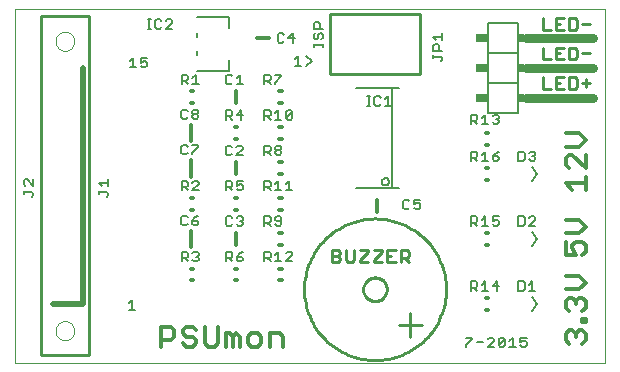
<source format=gto>
G75*
G70*
%OFA0B0*%
%FSLAX24Y24*%
%IPPOS*%
%LPD*%
%AMOC8*
5,1,8,0,0,1.08239X$1,22.5*
%
%ADD10C,0.0000*%
%ADD11C,0.0120*%
%ADD12C,0.0090*%
%ADD13C,0.0080*%
%ADD14C,0.0118*%
%ADD15C,0.0060*%
%ADD16C,0.0050*%
%ADD17C,0.0070*%
%ADD18C,0.0100*%
%ADD19C,0.0197*%
%ADD20C,0.0300*%
%ADD21R,0.0200X0.0300*%
%ADD22R,0.0400X0.0300*%
%ADD23C,0.0079*%
D10*
X000212Y000141D02*
X000212Y011952D01*
X019897Y011952D01*
X019897Y000141D01*
X000212Y000141D01*
X001570Y001224D02*
X001572Y001259D01*
X001578Y001294D01*
X001588Y001328D01*
X001601Y001361D01*
X001618Y001392D01*
X001639Y001420D01*
X001662Y001447D01*
X001689Y001470D01*
X001717Y001491D01*
X001748Y001508D01*
X001781Y001521D01*
X001815Y001531D01*
X001850Y001537D01*
X001885Y001539D01*
X001920Y001537D01*
X001955Y001531D01*
X001989Y001521D01*
X002022Y001508D01*
X002053Y001491D01*
X002081Y001470D01*
X002108Y001447D01*
X002131Y001420D01*
X002152Y001392D01*
X002169Y001361D01*
X002182Y001328D01*
X002192Y001294D01*
X002198Y001259D01*
X002200Y001224D01*
X002198Y001189D01*
X002192Y001154D01*
X002182Y001120D01*
X002169Y001087D01*
X002152Y001056D01*
X002131Y001028D01*
X002108Y001001D01*
X002081Y000978D01*
X002053Y000957D01*
X002022Y000940D01*
X001989Y000927D01*
X001955Y000917D01*
X001920Y000911D01*
X001885Y000909D01*
X001850Y000911D01*
X001815Y000917D01*
X001781Y000927D01*
X001748Y000940D01*
X001717Y000957D01*
X001689Y000978D01*
X001662Y001001D01*
X001639Y001028D01*
X001618Y001056D01*
X001601Y001087D01*
X001588Y001120D01*
X001578Y001154D01*
X001572Y001189D01*
X001570Y001224D01*
X001570Y010869D02*
X001572Y010904D01*
X001578Y010939D01*
X001588Y010973D01*
X001601Y011006D01*
X001618Y011037D01*
X001639Y011065D01*
X001662Y011092D01*
X001689Y011115D01*
X001717Y011136D01*
X001748Y011153D01*
X001781Y011166D01*
X001815Y011176D01*
X001850Y011182D01*
X001885Y011184D01*
X001920Y011182D01*
X001955Y011176D01*
X001989Y011166D01*
X002022Y011153D01*
X002053Y011136D01*
X002081Y011115D01*
X002108Y011092D01*
X002131Y011065D01*
X002152Y011037D01*
X002169Y011006D01*
X002182Y010973D01*
X002192Y010939D01*
X002198Y010904D01*
X002200Y010869D01*
X002198Y010834D01*
X002192Y010799D01*
X002182Y010765D01*
X002169Y010732D01*
X002152Y010701D01*
X002131Y010673D01*
X002108Y010646D01*
X002081Y010623D01*
X002053Y010602D01*
X002022Y010585D01*
X001989Y010572D01*
X001955Y010562D01*
X001920Y010556D01*
X001885Y010554D01*
X001850Y010556D01*
X001815Y010562D01*
X001781Y010572D01*
X001748Y010585D01*
X001717Y010602D01*
X001689Y010623D01*
X001662Y010646D01*
X001639Y010673D01*
X001618Y010701D01*
X001601Y010732D01*
X001588Y010765D01*
X001578Y010799D01*
X001572Y010834D01*
X001570Y010869D01*
D11*
X005087Y001353D02*
X005421Y001353D01*
X005532Y001242D01*
X005532Y001019D01*
X005421Y000908D01*
X005087Y000908D01*
X005087Y000685D02*
X005087Y001353D01*
X005812Y001242D02*
X005812Y001131D01*
X005923Y001019D01*
X006146Y001019D01*
X006257Y000908D01*
X006257Y000797D01*
X006146Y000685D01*
X005923Y000685D01*
X005812Y000797D01*
X005812Y001242D02*
X005923Y001353D01*
X006146Y001353D01*
X006257Y001242D01*
X006537Y001353D02*
X006537Y000797D01*
X006648Y000685D01*
X006871Y000685D01*
X006982Y000797D01*
X006982Y001353D01*
X007262Y001131D02*
X007373Y001131D01*
X007484Y001019D01*
X007596Y001131D01*
X007707Y001019D01*
X007707Y000685D01*
X007484Y000685D02*
X007484Y001019D01*
X007262Y001131D02*
X007262Y000685D01*
X007987Y000797D02*
X008098Y000685D01*
X008321Y000685D01*
X008432Y000797D01*
X008432Y001019D01*
X008321Y001131D01*
X008098Y001131D01*
X007987Y001019D01*
X007987Y000797D01*
X008712Y000685D02*
X008712Y001131D01*
X009046Y001131D01*
X009157Y001019D01*
X009157Y000685D01*
X018578Y000903D02*
X018690Y000792D01*
X018578Y000903D02*
X018578Y001126D01*
X018690Y001237D01*
X018801Y001237D01*
X018912Y001126D01*
X019024Y001237D01*
X019135Y001237D01*
X019246Y001126D01*
X019246Y000903D01*
X019135Y000792D01*
X018912Y001014D02*
X018912Y001126D01*
X019135Y001517D02*
X019135Y001628D01*
X019246Y001628D01*
X019246Y001517D01*
X019135Y001517D01*
X019135Y001879D02*
X019246Y001990D01*
X019246Y002213D01*
X019135Y002324D01*
X019024Y002324D01*
X018912Y002213D01*
X018912Y002102D01*
X018912Y002213D02*
X018801Y002324D01*
X018690Y002324D01*
X018578Y002213D01*
X018578Y001990D01*
X018690Y001879D01*
X018578Y002604D02*
X019024Y002604D01*
X019246Y002827D01*
X019024Y003049D01*
X018578Y003049D01*
X018578Y003744D02*
X018912Y003744D01*
X018801Y003967D01*
X018801Y004078D01*
X018912Y004190D01*
X019135Y004190D01*
X019246Y004078D01*
X019246Y003856D01*
X019135Y003744D01*
X018578Y003744D02*
X018578Y004190D01*
X018578Y004469D02*
X019024Y004469D01*
X019246Y004692D01*
X019024Y004915D01*
X018578Y004915D01*
X018801Y005910D02*
X018578Y006132D01*
X019246Y006132D01*
X019246Y005910D02*
X019246Y006355D01*
X019246Y006635D02*
X018801Y007080D01*
X018690Y007080D01*
X018578Y006969D01*
X018578Y006746D01*
X018690Y006635D01*
X019246Y006635D02*
X019246Y007080D01*
X019024Y007360D02*
X018578Y007360D01*
X019024Y007360D02*
X019246Y007582D01*
X019024Y007805D01*
X018578Y007805D01*
D12*
X018516Y009290D02*
X018261Y009290D01*
X018261Y009673D01*
X018516Y009673D01*
X018696Y009673D02*
X018887Y009673D01*
X018951Y009609D01*
X018951Y009354D01*
X018887Y009290D01*
X018696Y009290D01*
X018696Y009673D01*
X018388Y009482D02*
X018261Y009482D01*
X018081Y009290D02*
X017826Y009290D01*
X017826Y009673D01*
X017826Y010275D02*
X018081Y010275D01*
X018261Y010275D02*
X018516Y010275D01*
X018696Y010275D02*
X018887Y010275D01*
X018951Y010338D01*
X018951Y010594D01*
X018887Y010657D01*
X018696Y010657D01*
X018696Y010275D01*
X018388Y010466D02*
X018261Y010466D01*
X018261Y010657D02*
X018261Y010275D01*
X017826Y010275D02*
X017826Y010657D01*
X018261Y010657D02*
X018516Y010657D01*
X019131Y010466D02*
X019386Y010466D01*
X019258Y009609D02*
X019258Y009354D01*
X019131Y009482D02*
X019386Y009482D01*
X018887Y011259D02*
X018696Y011259D01*
X018696Y011642D01*
X018887Y011642D01*
X018951Y011578D01*
X018951Y011323D01*
X018887Y011259D01*
X018516Y011259D02*
X018261Y011259D01*
X018261Y011642D01*
X018516Y011642D01*
X018388Y011450D02*
X018261Y011450D01*
X018081Y011259D02*
X017826Y011259D01*
X017826Y011642D01*
X019131Y011450D02*
X019386Y011450D01*
D13*
X016353Y008373D02*
X016353Y008321D01*
X016301Y008268D01*
X016353Y008216D01*
X016353Y008164D01*
X016301Y008111D01*
X016196Y008111D01*
X016144Y008164D01*
X016249Y008268D02*
X016301Y008268D01*
X016353Y008373D02*
X016301Y008425D01*
X016196Y008425D01*
X016144Y008373D01*
X015886Y008425D02*
X015886Y008111D01*
X015781Y008111D02*
X015991Y008111D01*
X015781Y008321D02*
X015886Y008425D01*
X015628Y008373D02*
X015628Y008268D01*
X015576Y008216D01*
X015419Y008216D01*
X015524Y008216D02*
X015628Y008111D01*
X015419Y008111D02*
X015419Y008425D01*
X015576Y008425D01*
X015628Y008373D01*
X015576Y007195D02*
X015419Y007195D01*
X015419Y006881D01*
X015419Y006986D02*
X015576Y006986D01*
X015628Y007038D01*
X015628Y007143D01*
X015576Y007195D01*
X015524Y006986D02*
X015628Y006881D01*
X015781Y006881D02*
X015991Y006881D01*
X015886Y006881D02*
X015886Y007195D01*
X015781Y007090D01*
X016144Y007038D02*
X016144Y006933D01*
X016196Y006881D01*
X016301Y006881D01*
X016353Y006933D01*
X016353Y006986D01*
X016301Y007038D01*
X016144Y007038D01*
X016249Y007143D01*
X016353Y007195D01*
X016994Y007195D02*
X016994Y006881D01*
X017151Y006881D01*
X017203Y006933D01*
X017203Y007143D01*
X017151Y007195D01*
X016994Y007195D01*
X017356Y007143D02*
X017409Y007195D01*
X017513Y007195D01*
X017566Y007143D01*
X017566Y007090D01*
X017513Y007038D01*
X017566Y006986D01*
X017566Y006933D01*
X017513Y006881D01*
X017409Y006881D01*
X017356Y006933D01*
X017461Y007038D02*
X017513Y007038D01*
X017513Y005029D02*
X017409Y005029D01*
X017356Y004977D01*
X017203Y004977D02*
X017151Y005029D01*
X016994Y005029D01*
X016994Y004716D01*
X017151Y004716D01*
X017203Y004768D01*
X017203Y004977D01*
X017356Y004716D02*
X017566Y004925D01*
X017566Y004977D01*
X017513Y005029D01*
X017566Y004716D02*
X017356Y004716D01*
X016353Y004768D02*
X016301Y004716D01*
X016196Y004716D01*
X016144Y004768D01*
X016144Y004873D02*
X016249Y004925D01*
X016301Y004925D01*
X016353Y004873D01*
X016353Y004768D01*
X016144Y004873D02*
X016144Y005029D01*
X016353Y005029D01*
X015886Y005029D02*
X015886Y004716D01*
X015781Y004716D02*
X015991Y004716D01*
X015781Y004925D02*
X015886Y005029D01*
X015628Y004977D02*
X015628Y004873D01*
X015576Y004820D01*
X015419Y004820D01*
X015419Y004716D02*
X015419Y005029D01*
X015576Y005029D01*
X015628Y004977D01*
X015524Y004820D02*
X015628Y004716D01*
X013729Y005325D02*
X013677Y005273D01*
X013572Y005273D01*
X013520Y005325D01*
X013520Y005430D02*
X013624Y005482D01*
X013677Y005482D01*
X013729Y005430D01*
X013729Y005325D01*
X013520Y005430D02*
X013520Y005587D01*
X013729Y005587D01*
X013366Y005534D02*
X013314Y005587D01*
X013209Y005587D01*
X013157Y005534D01*
X013157Y005325D01*
X013209Y005273D01*
X013314Y005273D01*
X013366Y005325D01*
X009463Y005897D02*
X009254Y005897D01*
X009359Y005897D02*
X009359Y006211D01*
X009254Y006106D01*
X008996Y006211D02*
X008996Y005897D01*
X008892Y005897D02*
X009101Y005897D01*
X008892Y006106D02*
X008996Y006211D01*
X008739Y006158D02*
X008739Y006054D01*
X008686Y006001D01*
X008529Y006001D01*
X008529Y005897D02*
X008529Y006211D01*
X008686Y006211D01*
X008739Y006158D01*
X008634Y006001D02*
X008739Y005897D01*
X007821Y005949D02*
X007769Y005897D01*
X007664Y005897D01*
X007612Y005949D01*
X007612Y006054D02*
X007717Y006106D01*
X007769Y006106D01*
X007821Y006054D01*
X007821Y005949D01*
X007612Y006054D02*
X007612Y006211D01*
X007821Y006211D01*
X007459Y006158D02*
X007459Y006054D01*
X007407Y006001D01*
X007250Y006001D01*
X007250Y005897D02*
X007250Y006211D01*
X007407Y006211D01*
X007459Y006158D01*
X007354Y006001D02*
X007459Y005897D01*
X006345Y005897D02*
X006136Y005897D01*
X006345Y006106D01*
X006345Y006158D01*
X006293Y006211D01*
X006188Y006211D01*
X006136Y006158D01*
X005983Y006158D02*
X005983Y006054D01*
X005930Y006001D01*
X005773Y006001D01*
X005773Y005897D02*
X005773Y006211D01*
X005930Y006211D01*
X005983Y006158D01*
X005878Y006001D02*
X005983Y005897D01*
X005920Y005049D02*
X005816Y005049D01*
X005763Y004997D01*
X005763Y004788D01*
X005816Y004735D01*
X005920Y004735D01*
X005973Y004788D01*
X006126Y004788D02*
X006126Y004892D01*
X006283Y004892D01*
X006335Y004840D01*
X006335Y004788D01*
X006283Y004735D01*
X006178Y004735D01*
X006126Y004788D01*
X006126Y004892D02*
X006231Y004997D01*
X006335Y005049D01*
X005973Y004997D02*
X005920Y005049D01*
X007250Y004977D02*
X007250Y004768D01*
X007302Y004716D01*
X007407Y004716D01*
X007459Y004768D01*
X007612Y004768D02*
X007664Y004716D01*
X007769Y004716D01*
X007821Y004768D01*
X007821Y004820D01*
X007769Y004873D01*
X007717Y004873D01*
X007769Y004873D02*
X007821Y004925D01*
X007821Y004977D01*
X007769Y005029D01*
X007664Y005029D01*
X007612Y004977D01*
X007459Y004977D02*
X007407Y005029D01*
X007302Y005029D01*
X007250Y004977D01*
X008529Y005029D02*
X008529Y004716D01*
X008529Y004820D02*
X008686Y004820D01*
X008739Y004873D01*
X008739Y004977D01*
X008686Y005029D01*
X008529Y005029D01*
X008634Y004820D02*
X008739Y004716D01*
X008892Y004768D02*
X008944Y004716D01*
X009049Y004716D01*
X009101Y004768D01*
X009101Y004977D01*
X009049Y005029D01*
X008944Y005029D01*
X008892Y004977D01*
X008892Y004925D01*
X008944Y004873D01*
X009101Y004873D01*
X008996Y003848D02*
X008996Y003534D01*
X008892Y003534D02*
X009101Y003534D01*
X009254Y003534D02*
X009463Y003744D01*
X009463Y003796D01*
X009411Y003848D01*
X009306Y003848D01*
X009254Y003796D01*
X008996Y003848D02*
X008892Y003744D01*
X008739Y003796D02*
X008739Y003691D01*
X008686Y003639D01*
X008529Y003639D01*
X008529Y003534D02*
X008529Y003848D01*
X008686Y003848D01*
X008739Y003796D01*
X008634Y003639D02*
X008739Y003534D01*
X009254Y003534D02*
X009463Y003534D01*
X007821Y003587D02*
X007769Y003534D01*
X007664Y003534D01*
X007612Y003587D01*
X007612Y003691D01*
X007769Y003691D01*
X007821Y003639D01*
X007821Y003587D01*
X007717Y003796D02*
X007612Y003691D01*
X007717Y003796D02*
X007821Y003848D01*
X007459Y003796D02*
X007459Y003691D01*
X007407Y003639D01*
X007250Y003639D01*
X007354Y003639D02*
X007459Y003534D01*
X007250Y003534D02*
X007250Y003848D01*
X007407Y003848D01*
X007459Y003796D01*
X006345Y003796D02*
X006345Y003744D01*
X006293Y003691D01*
X006345Y003639D01*
X006345Y003587D01*
X006293Y003534D01*
X006188Y003534D01*
X006136Y003587D01*
X006240Y003691D02*
X006293Y003691D01*
X006345Y003796D02*
X006293Y003848D01*
X006188Y003848D01*
X006136Y003796D01*
X005983Y003796D02*
X005983Y003691D01*
X005930Y003639D01*
X005773Y003639D01*
X005773Y003534D02*
X005773Y003848D01*
X005930Y003848D01*
X005983Y003796D01*
X005878Y003639D02*
X005983Y003534D01*
X004128Y002240D02*
X004128Y001926D01*
X004023Y001926D02*
X004233Y001926D01*
X004023Y002135D02*
X004128Y002240D01*
X003270Y005681D02*
X003323Y005734D01*
X003323Y005788D01*
X003270Y005841D01*
X003003Y005841D01*
X003003Y005788D02*
X003003Y005895D01*
X003110Y006049D02*
X003003Y006156D01*
X003323Y006156D01*
X003323Y006049D02*
X003323Y006263D01*
X000823Y006263D02*
X000823Y006049D01*
X000610Y006263D01*
X000556Y006263D01*
X000503Y006210D01*
X000503Y006103D01*
X000556Y006049D01*
X000503Y005895D02*
X000503Y005788D01*
X000503Y005841D02*
X000770Y005841D01*
X000823Y005788D01*
X000823Y005734D01*
X000770Y005681D01*
X005763Y007150D02*
X005816Y007097D01*
X005920Y007097D01*
X005973Y007150D01*
X006126Y007150D02*
X006126Y007097D01*
X006126Y007150D02*
X006335Y007359D01*
X006335Y007411D01*
X006126Y007411D01*
X005973Y007359D02*
X005920Y007411D01*
X005816Y007411D01*
X005763Y007359D01*
X005763Y007150D01*
X007240Y007123D02*
X007292Y007071D01*
X007397Y007071D01*
X007449Y007123D01*
X007602Y007071D02*
X007812Y007280D01*
X007812Y007332D01*
X007759Y007385D01*
X007655Y007385D01*
X007602Y007332D01*
X007449Y007332D02*
X007397Y007385D01*
X007292Y007385D01*
X007240Y007332D01*
X007240Y007123D01*
X007602Y007071D02*
X007812Y007071D01*
X008529Y007078D02*
X008529Y007392D01*
X008686Y007392D01*
X008739Y007339D01*
X008739Y007235D01*
X008686Y007182D01*
X008529Y007182D01*
X008634Y007182D02*
X008739Y007078D01*
X008892Y007130D02*
X008892Y007182D01*
X008944Y007235D01*
X009049Y007235D01*
X009101Y007182D01*
X009101Y007130D01*
X009049Y007078D01*
X008944Y007078D01*
X008892Y007130D01*
X008944Y007235D02*
X008892Y007287D01*
X008892Y007339D01*
X008944Y007392D01*
X009049Y007392D01*
X009101Y007339D01*
X009101Y007287D01*
X009049Y007235D01*
X009101Y008259D02*
X008892Y008259D01*
X008996Y008259D02*
X008996Y008573D01*
X008892Y008468D01*
X008739Y008520D02*
X008739Y008416D01*
X008686Y008364D01*
X008529Y008364D01*
X008634Y008364D02*
X008739Y008259D01*
X008529Y008259D02*
X008529Y008573D01*
X008686Y008573D01*
X008739Y008520D01*
X009254Y008520D02*
X009254Y008311D01*
X009463Y008520D01*
X009463Y008311D01*
X009411Y008259D01*
X009306Y008259D01*
X009254Y008311D01*
X009254Y008520D02*
X009306Y008573D01*
X009411Y008573D01*
X009463Y008520D01*
X008892Y009440D02*
X008892Y009492D01*
X009101Y009702D01*
X009101Y009754D01*
X008892Y009754D01*
X008739Y009702D02*
X008739Y009597D01*
X008686Y009545D01*
X008529Y009545D01*
X008634Y009545D02*
X008739Y009440D01*
X008529Y009440D02*
X008529Y009754D01*
X008686Y009754D01*
X008739Y009702D01*
X009547Y010056D02*
X009756Y010056D01*
X009652Y010056D02*
X009652Y010370D01*
X009547Y010265D01*
X009909Y010370D02*
X010119Y010213D01*
X009909Y010056D01*
X010171Y010689D02*
X010171Y010794D01*
X010171Y010741D02*
X010485Y010741D01*
X010485Y010689D02*
X010485Y010794D01*
X010432Y010931D02*
X010485Y010983D01*
X010485Y011088D01*
X010432Y011140D01*
X010380Y011140D01*
X010328Y011088D01*
X010328Y010983D01*
X010275Y010931D01*
X010223Y010931D01*
X010171Y010983D01*
X010171Y011088D01*
X010223Y011140D01*
X010171Y011293D02*
X010171Y011450D01*
X010223Y011502D01*
X010328Y011502D01*
X010380Y011450D01*
X010380Y011293D01*
X010485Y011293D02*
X010171Y011293D01*
X009492Y011132D02*
X009335Y010975D01*
X009544Y010975D01*
X009492Y010818D02*
X009492Y011132D01*
X009181Y011080D02*
X009129Y011132D01*
X009024Y011132D01*
X008972Y011080D01*
X008972Y010870D01*
X009024Y010818D01*
X009129Y010818D01*
X009181Y010870D01*
X007717Y009754D02*
X007717Y009440D01*
X007821Y009440D02*
X007612Y009440D01*
X007459Y009492D02*
X007407Y009440D01*
X007302Y009440D01*
X007250Y009492D01*
X007250Y009702D01*
X007302Y009754D01*
X007407Y009754D01*
X007459Y009702D01*
X007612Y009649D02*
X007717Y009754D01*
X006345Y009440D02*
X006136Y009440D01*
X006240Y009440D02*
X006240Y009754D01*
X006136Y009649D01*
X005983Y009597D02*
X005930Y009545D01*
X005773Y009545D01*
X005878Y009545D02*
X005983Y009440D01*
X005983Y009597D02*
X005983Y009702D01*
X005930Y009754D01*
X005773Y009754D01*
X005773Y009440D01*
X004621Y010054D02*
X004621Y010159D01*
X004568Y010211D01*
X004516Y010211D01*
X004411Y010159D01*
X004411Y010316D01*
X004621Y010316D01*
X004621Y010054D02*
X004568Y010002D01*
X004464Y010002D01*
X004411Y010054D01*
X004258Y010002D02*
X004049Y010002D01*
X004154Y010002D02*
X004154Y010316D01*
X004049Y010211D01*
X004645Y011282D02*
X004750Y011282D01*
X004698Y011282D02*
X004698Y011596D01*
X004750Y011596D02*
X004645Y011596D01*
X004887Y011544D02*
X004887Y011335D01*
X004939Y011282D01*
X005044Y011282D01*
X005096Y011335D01*
X005249Y011282D02*
X005459Y011492D01*
X005459Y011544D01*
X005406Y011596D01*
X005302Y011596D01*
X005249Y011544D01*
X005096Y011544D02*
X005044Y011596D01*
X004939Y011596D01*
X004887Y011544D01*
X005249Y011282D02*
X005459Y011282D01*
X005816Y008592D02*
X005763Y008540D01*
X005763Y008331D01*
X005816Y008279D01*
X005920Y008279D01*
X005973Y008331D01*
X006126Y008331D02*
X006126Y008383D01*
X006178Y008436D01*
X006283Y008436D01*
X006335Y008383D01*
X006335Y008331D01*
X006283Y008279D01*
X006178Y008279D01*
X006126Y008331D01*
X006178Y008436D02*
X006126Y008488D01*
X006126Y008540D01*
X006178Y008592D01*
X006283Y008592D01*
X006335Y008540D01*
X006335Y008488D01*
X006283Y008436D01*
X005973Y008540D02*
X005920Y008592D01*
X005816Y008592D01*
X007250Y008573D02*
X007250Y008259D01*
X007250Y008364D02*
X007407Y008364D01*
X007459Y008416D01*
X007459Y008520D01*
X007407Y008573D01*
X007250Y008573D01*
X007354Y008364D02*
X007459Y008259D01*
X007612Y008416D02*
X007821Y008416D01*
X007769Y008259D02*
X007769Y008573D01*
X007612Y008416D01*
X014151Y010301D02*
X014151Y010406D01*
X014151Y010354D02*
X014413Y010354D01*
X014465Y010301D01*
X014465Y010249D01*
X014413Y010197D01*
X014465Y010559D02*
X014151Y010559D01*
X014151Y010716D01*
X014203Y010769D01*
X014308Y010769D01*
X014360Y010716D01*
X014360Y010559D01*
X014256Y010922D02*
X014151Y011026D01*
X014465Y011026D01*
X014465Y010922D02*
X014465Y011131D01*
X015419Y002864D02*
X015576Y002864D01*
X015628Y002812D01*
X015628Y002707D01*
X015576Y002655D01*
X015419Y002655D01*
X015524Y002655D02*
X015628Y002550D01*
X015781Y002550D02*
X015991Y002550D01*
X015886Y002550D02*
X015886Y002864D01*
X015781Y002759D01*
X016144Y002707D02*
X016353Y002707D01*
X016301Y002550D02*
X016301Y002864D01*
X016144Y002707D01*
X015419Y002550D02*
X015419Y002864D01*
X016994Y002864D02*
X016994Y002550D01*
X017151Y002550D01*
X017203Y002603D01*
X017203Y002812D01*
X017151Y002864D01*
X016994Y002864D01*
X017356Y002759D02*
X017461Y002864D01*
X017461Y002550D01*
X017356Y002550D02*
X017566Y002550D01*
X017273Y000995D02*
X017064Y000995D01*
X017064Y000838D01*
X017169Y000890D01*
X017221Y000890D01*
X017273Y000838D01*
X017273Y000733D01*
X017221Y000681D01*
X017116Y000681D01*
X017064Y000733D01*
X016911Y000681D02*
X016702Y000681D01*
X016806Y000681D02*
X016806Y000995D01*
X016702Y000890D01*
X016548Y000943D02*
X016339Y000733D01*
X016391Y000681D01*
X016496Y000681D01*
X016548Y000733D01*
X016548Y000943D01*
X016496Y000995D01*
X016391Y000995D01*
X016339Y000943D01*
X016339Y000733D01*
X016186Y000681D02*
X015977Y000681D01*
X016186Y000890D01*
X016186Y000943D01*
X016134Y000995D01*
X016029Y000995D01*
X015977Y000943D01*
X015823Y000838D02*
X015614Y000838D01*
X015461Y000943D02*
X015252Y000733D01*
X015252Y000681D01*
X015252Y000995D02*
X015461Y000995D01*
X015461Y000943D01*
D14*
X015920Y001913D02*
X015999Y001913D01*
X015999Y002306D02*
X015920Y002306D01*
X015920Y004078D02*
X015999Y004078D01*
X015999Y004472D02*
X015920Y004472D01*
X015920Y006243D02*
X015999Y006243D01*
X015999Y006637D02*
X015920Y006637D01*
X015920Y007425D02*
X015999Y007425D01*
X015999Y007818D02*
X015920Y007818D01*
X012271Y005570D02*
X012271Y005177D01*
X009109Y005259D02*
X009031Y005259D01*
X009031Y005653D02*
X009109Y005653D01*
X009109Y006440D02*
X009031Y006440D01*
X009031Y006834D02*
X009109Y006834D01*
X009109Y007621D02*
X009031Y007621D01*
X009031Y008015D02*
X009109Y008015D01*
X009109Y008803D02*
X009031Y008803D01*
X009031Y009196D02*
X009109Y009196D01*
X007594Y009196D02*
X007594Y008803D01*
X007633Y008015D02*
X007554Y008015D01*
X007554Y007621D02*
X007633Y007621D01*
X007594Y006834D02*
X007594Y006440D01*
X007633Y005653D02*
X007554Y005653D01*
X007554Y005259D02*
X007633Y005259D01*
X007594Y004472D02*
X007594Y004078D01*
X007633Y003291D02*
X007554Y003291D01*
X007554Y002897D02*
X007633Y002897D01*
X009031Y002897D02*
X009109Y002897D01*
X009109Y003291D02*
X009031Y003291D01*
X009031Y004078D02*
X009109Y004078D01*
X009109Y004472D02*
X009031Y004472D01*
X006157Y005259D02*
X006078Y005259D01*
X006078Y005653D02*
X006157Y005653D01*
X006078Y006362D02*
X006078Y006913D01*
X006078Y007543D02*
X006078Y008094D01*
X006078Y008803D02*
X006157Y008803D01*
X006157Y009196D02*
X006078Y009196D01*
X008283Y010968D02*
X008676Y010968D01*
X006078Y004551D02*
X006078Y003999D01*
X006078Y003291D02*
X006157Y003291D01*
X006157Y002897D02*
X006078Y002897D01*
D15*
X011601Y005965D02*
X013011Y005965D01*
X012452Y006186D02*
X012454Y006207D01*
X012460Y006228D01*
X012469Y006248D01*
X012482Y006265D01*
X012497Y006280D01*
X012515Y006292D01*
X012535Y006300D01*
X012556Y006305D01*
X012577Y006306D01*
X012599Y006303D01*
X012619Y006296D01*
X012638Y006286D01*
X012655Y006273D01*
X012669Y006257D01*
X012680Y006238D01*
X012688Y006218D01*
X012692Y006197D01*
X012692Y006175D01*
X012688Y006154D01*
X012680Y006134D01*
X012669Y006115D01*
X012655Y006099D01*
X012638Y006086D01*
X012619Y006076D01*
X012599Y006069D01*
X012577Y006066D01*
X012556Y006067D01*
X012535Y006072D01*
X012515Y006080D01*
X012497Y006092D01*
X012482Y006107D01*
X012469Y006124D01*
X012460Y006144D01*
X012454Y006165D01*
X012452Y006186D01*
X015997Y008484D02*
X016997Y008484D01*
X016997Y009484D01*
X016997Y010484D01*
X016997Y011484D01*
X015997Y011484D01*
X015997Y010484D01*
X015997Y009484D01*
X015997Y008484D01*
X015997Y009484D02*
X016997Y009484D01*
X016997Y010484D02*
X015997Y010484D01*
X013011Y009325D02*
X011601Y009325D01*
X011953Y009048D02*
X012065Y009048D01*
X012009Y009048D02*
X012009Y008714D01*
X011953Y008714D02*
X012065Y008714D01*
X012195Y008769D02*
X012251Y008714D01*
X012362Y008714D01*
X012418Y008769D01*
X012558Y008714D02*
X012780Y008714D01*
X012669Y008714D02*
X012669Y009048D01*
X012558Y008936D01*
X012418Y008992D02*
X012362Y009048D01*
X012251Y009048D01*
X012195Y008992D01*
X012195Y008769D01*
D16*
X012779Y009299D02*
X012779Y005991D01*
D17*
X007361Y009880D02*
X007361Y010238D01*
X007361Y009880D02*
X006293Y009880D01*
X006290Y010412D02*
X006290Y010553D01*
X006290Y011002D02*
X006290Y011144D01*
X006293Y011670D02*
X007361Y011670D01*
X007361Y011312D01*
D18*
X010720Y011771D02*
X010720Y009771D01*
X013720Y009771D01*
X013720Y011771D01*
X010720Y011771D01*
X002672Y011696D02*
X002672Y000397D01*
X001097Y000397D01*
X001097Y011696D01*
X002672Y011696D01*
X010795Y003914D02*
X010995Y003914D01*
X011061Y003848D01*
X011061Y003781D01*
X010995Y003714D01*
X010795Y003714D01*
X010995Y003714D02*
X011061Y003647D01*
X011061Y003581D01*
X010995Y003514D01*
X010795Y003514D01*
X010795Y003914D01*
X011255Y003914D02*
X011255Y003581D01*
X011322Y003514D01*
X011455Y003514D01*
X011522Y003581D01*
X011522Y003914D01*
X011715Y003914D02*
X011982Y003914D01*
X011982Y003848D01*
X011715Y003581D01*
X011715Y003514D01*
X011982Y003514D01*
X012176Y003514D02*
X012176Y003581D01*
X012443Y003848D01*
X012443Y003914D01*
X012176Y003914D01*
X012176Y003514D02*
X012443Y003514D01*
X012636Y003514D02*
X012903Y003514D01*
X013096Y003514D02*
X013096Y003914D01*
X013297Y003914D01*
X013363Y003848D01*
X013363Y003714D01*
X013297Y003647D01*
X013096Y003647D01*
X013230Y003647D02*
X013363Y003514D01*
X012903Y003914D02*
X012636Y003914D01*
X012636Y003514D01*
X012636Y003714D02*
X012769Y003714D01*
X011826Y002602D02*
X011828Y002641D01*
X011834Y002680D01*
X011844Y002718D01*
X011857Y002755D01*
X011874Y002790D01*
X011894Y002824D01*
X011918Y002855D01*
X011945Y002884D01*
X011974Y002910D01*
X012006Y002933D01*
X012040Y002953D01*
X012076Y002969D01*
X012113Y002981D01*
X012152Y002990D01*
X012191Y002995D01*
X012230Y002996D01*
X012269Y002993D01*
X012308Y002986D01*
X012345Y002975D01*
X012382Y002961D01*
X012417Y002943D01*
X012450Y002922D01*
X012481Y002897D01*
X012509Y002870D01*
X012534Y002840D01*
X012556Y002807D01*
X012575Y002773D01*
X012590Y002737D01*
X012602Y002699D01*
X012610Y002661D01*
X012614Y002622D01*
X012614Y002582D01*
X012610Y002543D01*
X012602Y002505D01*
X012590Y002467D01*
X012575Y002431D01*
X012556Y002397D01*
X012534Y002364D01*
X012509Y002334D01*
X012481Y002307D01*
X012450Y002282D01*
X012417Y002261D01*
X012382Y002243D01*
X012345Y002229D01*
X012308Y002218D01*
X012269Y002211D01*
X012230Y002208D01*
X012191Y002209D01*
X012152Y002214D01*
X012113Y002223D01*
X012076Y002235D01*
X012040Y002251D01*
X012006Y002271D01*
X011974Y002294D01*
X011945Y002320D01*
X011918Y002349D01*
X011894Y002380D01*
X011874Y002414D01*
X011857Y002449D01*
X011844Y002486D01*
X011834Y002524D01*
X011828Y002563D01*
X011826Y002602D01*
X009858Y002602D02*
X009861Y002718D01*
X009869Y002834D01*
X009884Y002949D01*
X009903Y003063D01*
X009929Y003176D01*
X009960Y003288D01*
X009996Y003398D01*
X010038Y003506D01*
X010085Y003612D01*
X010137Y003715D01*
X010194Y003816D01*
X010256Y003914D01*
X010323Y004009D01*
X010394Y004100D01*
X010470Y004188D01*
X010550Y004272D01*
X010634Y004352D01*
X010722Y004428D01*
X010813Y004499D01*
X010908Y004566D01*
X011006Y004628D01*
X011107Y004685D01*
X011210Y004737D01*
X011316Y004784D01*
X011424Y004826D01*
X011534Y004862D01*
X011646Y004893D01*
X011759Y004919D01*
X011873Y004938D01*
X011988Y004953D01*
X012104Y004961D01*
X012220Y004964D01*
X012336Y004961D01*
X012452Y004953D01*
X012567Y004938D01*
X012681Y004919D01*
X012794Y004893D01*
X012906Y004862D01*
X013016Y004826D01*
X013124Y004784D01*
X013230Y004737D01*
X013333Y004685D01*
X013434Y004628D01*
X013532Y004566D01*
X013627Y004499D01*
X013718Y004428D01*
X013806Y004352D01*
X013890Y004272D01*
X013970Y004188D01*
X014046Y004100D01*
X014117Y004009D01*
X014184Y003914D01*
X014246Y003816D01*
X014303Y003715D01*
X014355Y003612D01*
X014402Y003506D01*
X014444Y003398D01*
X014480Y003288D01*
X014511Y003176D01*
X014537Y003063D01*
X014556Y002949D01*
X014571Y002834D01*
X014579Y002718D01*
X014582Y002602D01*
X014579Y002486D01*
X014571Y002370D01*
X014556Y002255D01*
X014537Y002141D01*
X014511Y002028D01*
X014480Y001916D01*
X014444Y001806D01*
X014402Y001698D01*
X014355Y001592D01*
X014303Y001489D01*
X014246Y001388D01*
X014184Y001290D01*
X014117Y001195D01*
X014046Y001104D01*
X013970Y001016D01*
X013890Y000932D01*
X013806Y000852D01*
X013718Y000776D01*
X013627Y000705D01*
X013532Y000638D01*
X013434Y000576D01*
X013333Y000519D01*
X013230Y000467D01*
X013124Y000420D01*
X013016Y000378D01*
X012906Y000342D01*
X012794Y000311D01*
X012681Y000285D01*
X012567Y000266D01*
X012452Y000251D01*
X012336Y000243D01*
X012220Y000240D01*
X012104Y000243D01*
X011988Y000251D01*
X011873Y000266D01*
X011759Y000285D01*
X011646Y000311D01*
X011534Y000342D01*
X011424Y000378D01*
X011316Y000420D01*
X011210Y000467D01*
X011107Y000519D01*
X011006Y000576D01*
X010908Y000638D01*
X010813Y000705D01*
X010722Y000776D01*
X010634Y000852D01*
X010550Y000932D01*
X010470Y001016D01*
X010394Y001104D01*
X010323Y001195D01*
X010256Y001290D01*
X010194Y001388D01*
X010137Y001489D01*
X010085Y001592D01*
X010038Y001698D01*
X009996Y001806D01*
X009960Y001916D01*
X009929Y002028D01*
X009903Y002141D01*
X009884Y002255D01*
X009869Y002370D01*
X009861Y002486D01*
X009858Y002602D01*
X013007Y001421D02*
X013794Y001421D01*
X013401Y001814D02*
X013401Y001027D01*
D19*
X002475Y002110D02*
X002475Y009984D01*
X002475Y002110D02*
X001491Y002110D01*
D20*
X017247Y008984D02*
X019497Y008984D01*
X019497Y009984D02*
X017247Y009984D01*
X017247Y010984D02*
X019497Y010984D01*
D21*
X017097Y010984D03*
X017097Y009984D03*
X017097Y008984D03*
D22*
X015797Y008984D03*
X015797Y009984D03*
X015797Y010984D03*
D23*
X017456Y006677D02*
X017613Y006440D01*
X017456Y006204D01*
X017456Y004511D02*
X017613Y004275D01*
X017456Y004039D01*
X017456Y002346D02*
X017613Y002110D01*
X017456Y001873D01*
M02*

</source>
